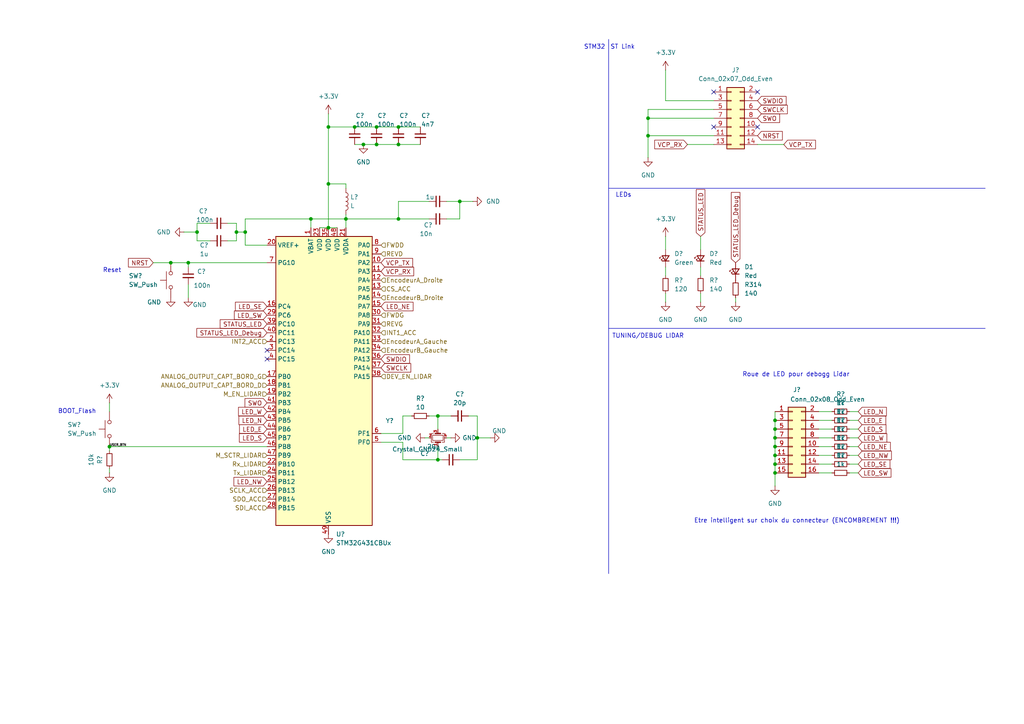
<source format=kicad_sch>
(kicad_sch (version 20231120) (generator "eeschema") (generator_version "8.0")
  (paper "A4")
  (lib_symbols
    (symbol "Connector_Generic:Conn_02x07_Odd_Even" (pin_names (offset 1.016) hide)
      (property "Reference" "J" (at 1.27 10.16 0))
      (property "Value" "Conn_02x07_Odd_Even" (at 1.27 -10.16 0))
      (symbol "Conn_02x07_Odd_Even_1_1"
        (rectangle (start -1.27 -7.493) (end 0 -7.747) (stroke (width 0.1524)))
        (rectangle (start -1.27 -4.953) (end 0 -5.207) (stroke (width 0.1524)))
        (rectangle (start -1.27 -2.413) (end 0 -2.667) (stroke (width 0.1524)))
        (rectangle (start -1.27 0.127) (end 0 -0.127) (stroke (width 0.1524)))
        (rectangle (start -1.27 2.667) (end 0 2.413) (stroke (width 0.1524)))
        (rectangle (start -1.27 5.207) (end 0 4.953) (stroke (width 0.1524)))
        (rectangle (start -1.27 7.747) (end 0 7.493) (stroke (width 0.1524)))
        (rectangle (start -1.27 8.89) (end 3.81 -8.89) (stroke (width 0.254)) (fill (type background)))
        (rectangle (start 3.81 -7.493) (end 2.54 -7.747) (stroke (width 0.1524)))
        (rectangle (start 3.81 -4.953) (end 2.54 -5.207) (stroke (width 0.1524)))
        (rectangle (start 3.81 -2.413) (end 2.54 -2.667) (stroke (width 0.1524)))
        (rectangle (start 3.81 0.127) (end 2.54 -0.127) (stroke (width 0.1524)))
        (rectangle (start 3.81 2.667) (end 2.54 2.413) (stroke (width 0.1524)))
        (rectangle (start 3.81 5.207) (end 2.54 4.953) (stroke (width 0.1524)))
        (rectangle (start 3.81 7.747) (end 2.54 7.493) (stroke (width 0.1524)))
        (pin passive line (at -5.08 7.62 0) (length 3.81) (name "Pin_1") (number "1"))
        (pin passive line (at 7.62 -2.54 180) (length 3.81) (name "Pin_10") (number "10"))
        (pin passive line (at -5.08 -5.08 0) (length 3.81) (name "Pin_11") (number "11"))
        (pin passive line (at 7.62 -5.08 180) (length 3.81) (name "Pin_12") (number "12"))
        (pin passive line (at -5.08 -7.62 0) (length 3.81) (name "Pin_13") (number "13"))
        (pin passive line (at 7.62 -7.62 180) (length 3.81) (name "Pin_14") (number "14"))
        (pin passive line (at 7.62 7.62 180) (length 3.81) (name "Pin_2") (number "2"))
        (pin passive line (at -5.08 5.08 0) (length 3.81) (name "Pin_3") (number "3"))
        (pin passive line (at 7.62 5.08 180) (length 3.81) (name "Pin_4") (number "4"))
        (pin passive line (at -5.08 2.54 0) (length 3.81) (name "Pin_5") (number "5"))
        (pin passive line (at 7.62 2.54 180) (length 3.81) (name "Pin_6") (number "6"))
        (pin passive line (at -5.08 0 0) (length 3.81) (name "Pin_7") (number "7"))
        (pin passive line (at 7.62 0 180) (length 3.81) (name "Pin_8") (number "8"))
        (pin passive line (at -5.08 -2.54 0) (length 3.81) (name "Pin_9") (number "9"))
      )
    )
    (symbol "Connector_Generic:Conn_02x08_Odd_Even" (pin_names (offset 1.016) hide)
      (property "Reference" "J" (at 1.27 10.16 0))
      (property "Value" "Conn_02x08_Odd_Even" (at 1.27 -12.7 0))
      (symbol "Conn_02x08_Odd_Even_1_1"
        (rectangle (start -1.27 -10.033) (end 0 -10.287) (stroke (width 0.1524)))
        (rectangle (start -1.27 -7.493) (end 0 -7.747) (stroke (width 0.1524)))
        (rectangle (start -1.27 -4.953) (end 0 -5.207) (stroke (width 0.1524)))
        (rectangle (start -1.27 -2.413) (end 0 -2.667) (stroke (width 0.1524)))
        (rectangle (start -1.27 0.127) (end 0 -0.127) (stroke (width 0.1524)))
        (rectangle (start -1.27 2.667) (end 0 2.413) (stroke (width 0.1524)))
        (rectangle (start -1.27 5.207) (end 0 4.953) (stroke (width 0.1524)))
        (rectangle (start -1.27 7.747) (end 0 7.493) (stroke (width 0.1524)))
        (rectangle (start -1.27 8.89) (end 3.81 -11.43) (stroke (width 0.254)) (fill (type background)))
        (rectangle (start 3.81 -10.033) (end 2.54 -10.287) (stroke (width 0.1524)))
        (rectangle (start 3.81 -7.493) (end 2.54 -7.747) (stroke (width 0.1524)))
        (rectangle (start 3.81 -4.953) (end 2.54 -5.207) (stroke (width 0.1524)))
        (rectangle (start 3.81 -2.413) (end 2.54 -2.667) (stroke (width 0.1524)))
        (rectangle (start 3.81 0.127) (end 2.54 -0.127) (stroke (width 0.1524)))
        (rectangle (start 3.81 2.667) (end 2.54 2.413) (stroke (width 0.1524)))
        (rectangle (start 3.81 5.207) (end 2.54 4.953) (stroke (width 0.1524)))
        (rectangle (start 3.81 7.747) (end 2.54 7.493) (stroke (width 0.1524)))
        (pin passive line (at -5.08 7.62 0) (length 3.81) (name "Pin_1") (number "1"))
        (pin passive line (at 7.62 -2.54 180) (length 3.81) (name "Pin_10") (number "10"))
        (pin passive line (at -5.08 -5.08 0) (length 3.81) (name "Pin_11") (number "11"))
        (pin passive line (at 7.62 -5.08 180) (length 3.81) (name "Pin_12") (number "12"))
        (pin passive line (at -5.08 -7.62 0) (length 3.81) (name "Pin_13") (number "13"))
        (pin passive line (at 7.62 -7.62 180) (length 3.81) (name "Pin_14") (number "14"))
        (pin passive line (at -5.08 -10.16 0) (length 3.81) (name "Pin_15") (number "15"))
        (pin passive line (at 7.62 -10.16 180) (length 3.81) (name "Pin_16") (number "16"))
        (pin passive line (at 7.62 7.62 180) (length 3.81) (name "Pin_2") (number "2"))
        (pin passive line (at -5.08 5.08 0) (length 3.81) (name "Pin_3") (number "3"))
        (pin passive line (at 7.62 5.08 180) (length 3.81) (name "Pin_4") (number "4"))
        (pin passive line (at -5.08 2.54 0) (length 3.81) (name "Pin_5") (number "5"))
        (pin passive line (at 7.62 2.54 180) (length 3.81) (name "Pin_6") (number "6"))
        (pin passive line (at -5.08 0 0) (length 3.81) (name "Pin_7") (number "7"))
        (pin passive line (at 7.62 0 180) (length 3.81) (name "Pin_8") (number "8"))
        (pin passive line (at -5.08 -2.54 0) (length 3.81) (name "Pin_9") (number "9"))
      )
    )
    (symbol "Device:C_Small" (pin_numbers hide) (pin_names (offset 0.254) hide)
      (property "Reference" "C" (at 0.254 1.778 0))
      (property "Value" "C_Small" (at 0.254 -2.032 0))
      (symbol "C_Small_0_1"
        (polyline (pts (xy -1.524 -0.508) (xy 1.524 -0.508)) (stroke (width 0.3302)))
        (polyline (pts (xy -1.524 0.508) (xy 1.524 0.508)) (stroke (width 0.3048)))
      )
      (symbol "C_Small_1_1"
        (pin passive line (at 0 2.54 270) (length 2.032) (name "~") (number "1"))
        (pin passive line (at 0 -2.54 90) (length 2.032) (name "~") (number "2"))
      )
    )
    (symbol "Device:Crystal_GND24_Small" (pin_names (offset 1.016) hide)
      (property "Reference" "Y" (at 1.27 4.445 0))
      (property "Value" "Crystal_GND24_Small" (at 1.27 2.54 0))
      (symbol "Crystal_GND24_Small_0_1"
        (rectangle (start -0.762 -1.524) (end 0.762 1.524))
        (polyline (pts (xy -1.27 -0.762) (xy -1.27 0.762)) (stroke (width 0.381)))
        (polyline (pts (xy 1.27 -0.762) (xy 1.27 0.762)) (stroke (width 0.381)))
        (polyline (pts (xy -1.27 -1.27) (xy -1.27 -1.905) (xy 1.27 -1.905) (xy 1.27 -1.27)))
        (polyline (pts (xy -1.27 1.27) (xy -1.27 1.905) (xy 1.27 1.905) (xy 1.27 1.27)))
      )
      (symbol "Crystal_GND24_Small_1_1"
        (pin passive line (at -2.54 0 0) (length 1.27) (name "1") (number "1"))
        (pin passive line (at 0 -2.54 90) (length 0.635) (name "2") (number "2"))
        (pin passive line (at 2.54 0 180) (length 1.27) (name "3") (number "3"))
        (pin passive line (at 0 2.54 270) (length 0.635) (name "4") (number "4"))
      )
    )
    (symbol "Device:L" (pin_numbers hide) (pin_names (offset 1.016) hide)
      (property "Reference" "L" (at -1.27 0 90))
      (property "Value" "L" (at 1.905 0 90))
      (symbol "L_0_1"
        (arc (start 0 -2.54) (mid 0.6323 -1.905) (end 0 -1.27))
        (arc (start 0 -1.27) (mid 0.6323 -0.635) (end 0 0))
        (arc (start 0 0) (mid 0.6323 0.635) (end 0 1.27))
        (arc (start 0 1.27) (mid 0.6323 1.905) (end 0 2.54))
      )
      (symbol "L_1_1"
        (pin passive line (at 0 3.81 270) (length 1.27) (name "1") (number "1"))
        (pin passive line (at 0 -3.81 90) (length 1.27) (name "2") (number "2"))
      )
    )
    (symbol "Device:LED_Small" (pin_numbers hide) (pin_names (offset 0.254) hide)
      (property "Reference" "D" (at -1.27 3.175 0))
      (property "Value" "LED_Small" (at -4.445 -2.54 0))
      (symbol "LED_Small_0_1"
        (polyline (pts (xy -0.762 -1.016) (xy -0.762 1.016)) (stroke (width 0.254)))
        (polyline (pts (xy 1.016 0) (xy -0.762 0)))
        (polyline (pts (xy 0.762 -1.016) (xy -0.762 0) (xy 0.762 1.016) (xy 0.762 -1.016)) (stroke (width 0.254)))
        (polyline (pts (xy 0 0.762) (xy -0.508 1.27) (xy -0.254 1.27) (xy -0.508 1.27) (xy -0.508 1.016)))
        (polyline (pts (xy 0.508 1.27) (xy 0 1.778) (xy 0.254 1.778) (xy 0 1.778) (xy 0 1.524)))
      )
      (symbol "LED_Small_1_1"
        (pin passive line (at -2.54 0 0) (length 1.778) (name "K") (number "1"))
        (pin passive line (at 2.54 0 180) (length 1.778) (name "A") (number "2"))
      )
    )
    (symbol "Device:R_Small" (pin_numbers hide) (pin_names (offset 0.254) hide)
      (property "Reference" "R" (at 0.762 0.508 0))
      (property "Value" "R_Small" (at 0.762 -1.016 0))
      (symbol "R_Small_0_1"
        (rectangle (start -0.762 1.778) (end 0.762 -1.778) (stroke (width 0.2032)))
      )
      (symbol "R_Small_1_1"
        (pin passive line (at 0 2.54 270) (length 0.762) (name "~") (number "1"))
        (pin passive line (at 0 -2.54 90) (length 0.762) (name "~") (number "2"))
      )
    )
    (symbol "MCU_ST_STM32G4:STM32G431CBUx"
      (property "Reference" "U201" (at 4.7341 -43.18 0))
      (property "Value" "STM32G431CBUx" (at 4.7341 -45.72 0))
      (symbol "STM32G431CBUx_0_1"
        (rectangle (start -12.7 -40.64) (end 15.24 43.18) (stroke (width 0.254)) (fill (type background)))
      )
      (symbol "STM32G431CBUx_1_1"
        (pin power_in line (at -2.54 45.72 270) (length 2.54) (name "VBAT") (number "1"))
        (pin bidirectional line (at 17.78 35.56 180) (length 2.54) (name "PA2") (number "10"))
        (pin bidirectional line (at 17.78 33.02 180) (length 2.54) (name "PA3") (number "11"))
        (pin bidirectional line (at 17.78 30.48 180) (length 2.54) (name "PA4") (number "12"))
        (pin bidirectional line (at 17.78 27.94 180) (length 2.54) (name "PA5") (number "13"))
        (pin bidirectional line (at 17.78 25.4 180) (length 2.54) (name "PA6") (number "14"))
        (pin bidirectional line (at 17.78 22.86 180) (length 2.54) (name "PA7") (number "15"))
        (pin bidirectional line (at -15.24 22.86 0) (length 2.54) (name "PC4") (number "16"))
        (pin bidirectional line (at -15.24 2.54 0) (length 2.54) (name "PB0") (number "17"))
        (pin bidirectional line (at -15.24 0 0) (length 2.54) (name "PB1") (number "18"))
        (pin bidirectional line (at -15.24 -2.54 0) (length 2.54) (name "PB2") (number "19"))
        (pin bidirectional line (at -15.24 12.7 0) (length 2.54) (name "PC13") (number "2"))
        (pin input line (at -15.24 40.64 0) (length 2.54) (name "VREF+") (number "20"))
        (pin power_in line (at 7.62 45.72 270) (length 2.54) (name "VDDA") (number "21"))
        (pin bidirectional line (at -15.24 -22.86 0) (length 2.54) (name "PB10") (number "22"))
        (pin power_in line (at 0 45.72 270) (length 2.54) (name "VDD") (number "23"))
        (pin bidirectional line (at -15.24 -25.4 0) (length 2.54) (name "PB11") (number "24"))
        (pin bidirectional line (at -15.24 -27.94 0) (length 2.54) (name "PB12") (number "25"))
        (pin bidirectional line (at -15.24 -30.48 0) (length 2.54) (name "PB13") (number "26"))
        (pin bidirectional line (at -15.24 -33.02 0) (length 2.54) (name "PB14") (number "27"))
        (pin bidirectional line (at -15.24 -35.56 0) (length 2.54) (name "PB15") (number "28"))
        (pin bidirectional line (at -15.24 20.32 0) (length 2.54) (name "PC6") (number "29"))
        (pin bidirectional line (at -15.24 10.16 0) (length 2.54) (name "PC14") (number "3"))
        (pin bidirectional line (at 17.78 20.32 180) (length 2.54) (name "PA8") (number "30"))
        (pin bidirectional line (at 17.78 17.78 180) (length 2.54) (name "PA9") (number "31"))
        (pin bidirectional line (at 17.78 15.24 180) (length 2.54) (name "PA10") (number "32"))
        (pin bidirectional line (at 17.78 12.7 180) (length 2.54) (name "PA11") (number "33"))
        (pin bidirectional line (at 17.78 10.16 180) (length 2.54) (name "PA12") (number "34"))
        (pin power_in line (at 2.54 45.72 270) (length 2.54) (name "VDD") (number "35"))
        (pin bidirectional line (at 17.78 7.62 180) (length 2.54) (name "PA13") (number "36"))
        (pin bidirectional line (at 17.78 5.08 180) (length 2.54) (name "PA14") (number "37"))
        (pin bidirectional line (at 17.78 2.54 180) (length 2.54) (name "PA15") (number "38"))
        (pin bidirectional line (at -15.24 17.78 0) (length 2.54) (name "PC10") (number "39"))
        (pin bidirectional line (at -15.24 7.62 0) (length 2.54) (name "PC15") (number "4"))
        (pin bidirectional line (at -15.24 15.24 0) (length 2.54) (name "PC11") (number "40"))
        (pin bidirectional line (at -15.24 -5.08 0) (length 2.54) (name "PB3") (number "41"))
        (pin bidirectional line (at -15.24 -7.62 0) (length 2.54) (name "PB4") (number "42"))
        (pin bidirectional line (at -15.24 -10.16 0) (length 2.54) (name "PB5") (number "43"))
        (pin bidirectional line (at -15.24 -12.7 0) (length 2.54) (name "PB6") (number "44"))
        (pin bidirectional line (at -15.24 -15.24 0) (length 2.54) (name "PB7") (number "45"))
        (pin bidirectional line (at -15.24 -17.78 0) (length 2.54) (name "PB8") (number "46"))
        (pin bidirectional line (at -15.24 -20.32 0) (length 2.54) (name "PB9") (number "47"))
        (pin power_in line (at 5.08 45.72 270) (length 2.54) (name "VDD") (number "48"))
        (pin power_in line (at 2.54 -43.18 90) (length 2.54) (name "VSS") (number "49"))
        (pin bidirectional line (at 17.78 -16.51 180) (length 2.54) (name "PF0") (number "5"))
        (pin bidirectional line (at 17.78 -13.97 180) (length 2.54) (name "PF1") (number "6"))
        (pin bidirectional line (at -15.24 35.56 0) (length 2.54) (name "PG10") (number "7"))
        (pin bidirectional line (at 17.78 40.64 180) (length 2.54) (name "PA0") (number "8"))
        (pin bidirectional line (at 17.78 38.1 180) (length 2.54) (name "PA1") (number "9"))
      )
    )
    (symbol "Switch:SW_Push" (pin_numbers hide) (pin_names (offset 1.016) hide)
      (property "Reference" "SW" (at 1.27 2.54 0))
      (property "Value" "SW_Push" (at 0 -1.524 0))
      (symbol "SW_Push_0_1"
        (circle (center -2.032 0) (radius 0.508))
        (polyline (pts (xy 0 1.27) (xy 0 3.048)))
        (polyline (pts (xy 2.54 1.27) (xy -2.54 1.27)))
        (circle (center 2.032 0) (radius 0.508))
        (pin passive line (at -5.08 0 0) (length 2.54) (name "1") (number "1"))
        (pin passive line (at 5.08 0 180) (length 2.54) (name "2") (number "2"))
      )
    )
    (symbol "power:+3.3V" (power) (pin_numbers hide) (pin_names (offset 0) hide)
      (property "Value" "+3.3V" (at 0 3.556 0))
      (symbol "+3.3V_0_1"
        (polyline (pts (xy -0.762 1.27) (xy 0 2.54)))
        (polyline (pts (xy 0 0) (xy 0 2.54)))
        (polyline (pts (xy 0 2.54) (xy 0.762 1.27)))
      )
      (symbol "+3.3V_1_1"
        (pin power_in line (at 0 0 90) (length 0) (name "~") (number "1"))
      )
    )
    (symbol "power:GND" (power) (pin_numbers hide) (pin_names (offset 0) hide)
      (property "Value" "GND" (at 0 -3.81 0))
      (symbol "GND_0_1"
        (polyline (pts (xy 0 0) (xy 0 -1.27) (xy 1.27 -1.27) (xy 0 -2.54) (xy -1.27 -1.27) (xy 0 -1.27)))
      )
      (symbol "GND_1_1"
        (pin power_in line (at 0 0 270) (length 0) (name "~") (number "1"))
      )
    )
  )
  (junction (at 95.25 53.34))
  (junction (at 133.35 58.42))
  (junction (at 224.79 129.54))
  (junction (at 115.57 36.83))
  (junction (at 224.79 127))
  (junction (at 127 120.65))
  (junction (at 95.25 66.04))
  (junction (at 109.22 41.91))
  (junction (at 224.79 121.92))
  (junction (at 127 133.35))
  (junction (at 109.22 36.83))
  (junction (at 49.53 76.2))
  (junction (at 224.79 134.62))
  (junction (at 68.58 67.31))
  (junction (at 95.25 36.83))
  (junction (at 57.15 67.31))
  (junction (at 224.79 124.46))
  (junction (at 54.61 76.2))
  (junction (at 100.33 63.5))
  (junction (at 187.96 34.29))
  (junction (at 115.57 41.91))
  (junction (at 138.43 127))
  (junction (at 71.12 67.31))
  (junction (at 31.75 129.54))
  (junction (at 224.79 137.16))
  (junction (at 102.87 36.83))
  (junction (at 224.79 132.08))
  (junction (at 115.57 63.5))
  (junction (at 105.41 41.91))
  (junction (at 187.96 39.37))
  (junction (at 90.17 63.5))
  (no_connect (at 219.71 36.83))
  (no_connect (at 77.47 104.14))
  (no_connect (at 219.71 26.67))
  (no_connect (at 207.01 36.83))
  (no_connect (at 207.01 26.67))
  (no_connect (at 77.47 101.6))
  (wire (pts (xy 203.2 77.47) (xy 203.2 80.01)))
  (wire (pts (xy 57.15 67.31) (xy 53.34 67.31)))
  (wire (pts (xy 115.57 58.42) (xy 115.57 63.5)))
  (wire (pts (xy 241.3 127) (xy 237.49 127)))
  (wire (pts (xy 116.84 125.73) (xy 116.84 120.65)))
  (wire (pts (xy 248.92 119.38) (xy 246.38 119.38)))
  (wire (pts (xy 31.75 129.54) (xy 77.47 129.54)))
  (wire (pts (xy 193.04 29.21) (xy 193.04 20.32)))
  (wire (pts (xy 248.92 134.62) (xy 246.38 134.62)))
  (wire (pts (xy 138.43 133.35) (xy 138.43 127)))
  (wire (pts (xy 95.25 53.34) (xy 95.25 66.04)))
  (wire (pts (xy 187.96 34.29) (xy 187.96 39.37)))
  (wire (pts (xy 115.57 63.5) (xy 124.46 63.5)))
  (wire (pts (xy 95.25 66.04) (xy 97.79 66.04)))
  (wire (pts (xy 124.46 127) (xy 123.19 127)))
  (wire (pts (xy 248.92 132.08) (xy 246.38 132.08)))
  (wire (pts (xy 224.79 137.16) (xy 224.79 140.97)))
  (wire (pts (xy 127 133.35) (xy 116.84 133.35)))
  (wire (pts (xy 68.58 69.85) (xy 66.04 69.85)))
  (wire (pts (xy 71.12 63.5) (xy 90.17 63.5)))
  (wire (pts (xy 49.53 76.2) (xy 54.61 76.2)))
  (wire (pts (xy 127 120.65) (xy 130.81 120.65)))
  (wire (pts (xy 207.01 34.29) (xy 187.96 34.29)))
  (wire (pts (xy 187.96 39.37) (xy 187.96 45.72)))
  (wire (pts (xy 110.49 125.73) (xy 116.84 125.73)))
  (wire (pts (xy 133.35 58.42) (xy 129.54 58.42)))
  (wire (pts (xy 203.2 85.09) (xy 203.2 87.63)))
  (wire (pts (xy 100.33 63.5) (xy 100.33 62.23)))
  (wire (pts (xy 138.43 133.35) (xy 133.35 133.35)))
  (wire (pts (xy 213.36 86.36) (xy 213.36 87.63)))
  (wire (pts (xy 57.15 67.31) (xy 57.15 69.85)))
  (wire (pts (xy 95.25 33.02) (xy 95.25 36.83)))
  (wire (pts (xy 90.17 63.5) (xy 100.33 63.5)))
  (wire (pts (xy 128.27 133.35) (xy 127 133.35)))
  (wire (pts (xy 248.92 127) (xy 246.38 127)))
  (wire (pts (xy 124.46 120.65) (xy 127 120.65)))
  (wire (pts (xy 54.61 76.2) (xy 77.47 76.2)))
  (wire (pts (xy 68.58 67.31) (xy 68.58 69.85)))
  (wire (pts (xy 207.01 29.21) (xy 193.04 29.21)))
  (wire (pts (xy 60.96 64.77) (xy 57.15 64.77)))
  (polyline (pts (xy 176.53 95.25) (xy 285.75 95.25)))
  (wire (pts (xy 248.92 137.16) (xy 246.38 137.16)))
  (wire (pts (xy 241.3 132.08) (xy 237.49 132.08)))
  (wire (pts (xy 71.12 71.12) (xy 71.12 67.31)))
  (wire (pts (xy 241.3 129.54) (xy 237.49 129.54)))
  (wire (pts (xy 95.25 36.83) (xy 95.25 53.34)))
  (wire (pts (xy 100.33 63.5) (xy 115.57 63.5)))
  (wire (pts (xy 193.04 68.58) (xy 193.04 72.39)))
  (wire (pts (xy 54.61 77.47) (xy 54.61 76.2)))
  (wire (pts (xy 102.87 41.91) (xy 105.41 41.91)))
  (wire (pts (xy 248.92 121.92) (xy 246.38 121.92)))
  (wire (pts (xy 54.61 82.55) (xy 54.61 86.36)))
  (wire (pts (xy 193.04 77.47) (xy 193.04 80.01)))
  (wire (pts (xy 219.71 41.91) (xy 227.33 41.91)))
  (wire (pts (xy 92.71 66.04) (xy 95.25 66.04)))
  (wire (pts (xy 224.79 129.54) (xy 224.79 132.08)))
  (wire (pts (xy 224.79 127) (xy 224.79 129.54)))
  (wire (pts (xy 138.43 127) (xy 142.24 127)))
  (wire (pts (xy 241.3 124.46) (xy 237.49 124.46)))
  (wire (pts (xy 130.81 127) (xy 129.54 127)))
  (wire (pts (xy 193.04 85.09) (xy 193.04 87.63)))
  (wire (pts (xy 224.79 132.08) (xy 224.79 134.62)))
  (wire (pts (xy 95.25 36.83) (xy 102.87 36.83)))
  (wire (pts (xy 31.75 135.89) (xy 31.75 137.16)))
  (wire (pts (xy 57.15 64.77) (xy 57.15 67.31)))
  (wire (pts (xy 77.47 71.12) (xy 71.12 71.12)))
  (wire (pts (xy 224.79 124.46) (xy 224.79 127)))
  (wire (pts (xy 138.43 120.65) (xy 135.89 120.65)))
  (wire (pts (xy 241.3 134.62) (xy 237.49 134.62)))
  (wire (pts (xy 224.79 119.38) (xy 224.79 121.92)))
  (wire (pts (xy 66.04 64.77) (xy 68.58 64.77)))
  (wire (pts (xy 110.49 128.27) (xy 116.84 128.27)))
  (wire (pts (xy 248.92 124.46) (xy 246.38 124.46)))
  (wire (pts (xy 90.17 63.5) (xy 90.17 66.04)))
  (wire (pts (xy 241.3 121.92) (xy 237.49 121.92)))
  (wire (pts (xy 224.79 121.92) (xy 224.79 124.46)))
  (wire (pts (xy 31.75 130.81) (xy 31.75 129.54)))
  (wire (pts (xy 224.79 134.62) (xy 224.79 137.16)))
  (wire (pts (xy 44.45 76.2) (xy 49.53 76.2)))
  (wire (pts (xy 248.92 129.54) (xy 246.38 129.54)))
  (wire (pts (xy 100.33 63.5) (xy 100.33 66.04)))
  (wire (pts (xy 199.39 41.91) (xy 207.01 41.91)))
  (wire (pts (xy 116.84 128.27) (xy 116.84 133.35)))
  (polyline (pts (xy 176.53 11.43) (xy 176.53 166.37)))
  (wire (pts (xy 187.96 31.75) (xy 187.96 34.29)))
  (wire (pts (xy 203.2 68.58) (xy 203.2 72.39)))
  (wire (pts (xy 105.41 41.91) (xy 109.22 41.91)))
  (wire (pts (xy 127 129.54) (xy 127 133.35)))
  (wire (pts (xy 115.57 36.83) (xy 121.92 36.83)))
  (wire (pts (xy 127 120.65) (xy 127 124.46)))
  (wire (pts (xy 124.46 58.42) (xy 115.57 58.42)))
  (wire (pts (xy 71.12 67.31) (xy 71.12 63.5)))
  (wire (pts (xy 100.33 54.61) (xy 100.33 53.34)))
  (wire (pts (xy 207.01 31.75) (xy 187.96 31.75)))
  (wire (pts (xy 102.87 36.83) (xy 109.22 36.83)))
  (wire (pts (xy 100.33 53.34) (xy 95.25 53.34)))
  (wire (pts (xy 237.49 137.16) (xy 241.3 137.16)))
  (wire (pts (xy 57.15 69.85) (xy 60.96 69.85)))
  (wire (pts (xy 68.58 64.77) (xy 68.58 67.31)))
  (wire (pts (xy 109.22 41.91) (xy 115.57 41.91)))
  (wire (pts (xy 138.43 127) (xy 138.43 120.65)))
  (wire (pts (xy 115.57 41.91) (xy 121.92 41.91)))
  (wire (pts (xy 109.22 36.83) (xy 115.57 36.83)))
  (wire (pts (xy 119.38 120.65) (xy 116.84 120.65)))
  (wire (pts (xy 187.96 39.37) (xy 207.01 39.37)))
  (wire (pts (xy 71.12 67.31) (xy 68.58 67.31)))
  (wire (pts (xy 133.35 58.42) (xy 133.35 63.5)))
  (wire (pts (xy 31.75 116.84) (xy 31.75 119.38)))
  (wire (pts (xy 133.35 58.42) (xy 137.16 58.42)))
  (polyline (pts (xy 176.53 54.61) (xy 285.75 54.61)))
  (wire (pts (xy 241.3 119.38) (xy 237.49 119.38)))
  (wire (pts (xy 129.54 63.5) (xy 133.35 63.5)))
  (text "BOOT_Flash" (at 22.352 119.38 0) (effects (font (size 1.27 1.27))))
  (text "Etre intelligent sur choix du connecteur (ENCOMBREMENT !!!)" (at 231.14 151.13 0) (effects (font (size 1.27 1.27))))
  (text "TUNING/DEBUG LIDAR" (at 187.96 97.536 0) (effects (font (size 1.27 1.27))))
  (text "LEDs" (at 180.848 56.642 0) (effects (font (size 1.27 1.27))))
  (text "Reset" (at 32.512 78.486 0) (effects (font (size 1.27 1.27))))
  (text "ST Link\n" (at 180.594 13.716 0) (effects (font (size 1.27 1.27))))
  (text "STM32\n" (at 172.466 13.716 0) (effects (font (size 1.27 1.27))))
  (text "Roue de LED pour debogg Lidar\n" (at 230.886 108.712 0) (effects (font (size 1.27 1.27))))
  (label "USER_BTN" (at 31.75 129.54 0) (effects (font (size 0.635 0.635))))
  (global_label "SWO" (shape input) (at 77.47 116.84 180) (property "Intersheetrefs" "${INTERSHEET_REFS}" (effects (hide yes))))
  (global_label "VCP_RX" (shape input) (at 199.39 41.91 180) (property "Intersheetrefs" "${INTERSHEET_REFS}" (effects (hide yes))))
  (global_label "NRST" (shape input) (at 44.45 76.2 180) (property "Intersheetrefs" "${INTERSHEET_REFS}" (effects (hide yes))))
  (global_label "LED_NW" (shape input) (at 77.47 139.7 180) (property "Intersheetrefs" "${INTERSHEET_REFS}" (effects (hide yes))))
  (global_label "SWDIO" (shape input) (at 110.49 104.14 0) (property "Intersheetrefs" "${INTERSHEET_REFS}" (effects (hide yes))))
  (global_label "LED_NW" (shape input) (at 248.92 132.08 0) (property "Intersheetrefs" "${INTERSHEET_REFS}" (effects (hide yes))))
  (global_label "LED_N" (shape input) (at 77.47 121.92 180) (property "Intersheetrefs" "${INTERSHEET_REFS}" (effects (hide yes))))
  (global_label "LED_W" (shape input) (at 248.92 127 0) (property "Intersheetrefs" "${INTERSHEET_REFS}" (effects (hide yes))))
  (global_label "LED_SW" (shape input) (at 77.47 91.44 180) (property "Intersheetrefs" "${INTERSHEET_REFS}" (effects (hide yes))))
  (global_label "VCP_RX" (shape input) (at 110.49 78.74 0) (property "Intersheetrefs" "${INTERSHEET_REFS}" (effects (hide yes))))
  (global_label "SWCLK" (shape input) (at 110.49 106.68 0) (property "Intersheetrefs" "${INTERSHEET_REFS}" (effects (hide yes))))
  (global_label "LED_E" (shape input) (at 77.47 124.46 180) (property "Intersheetrefs" "${INTERSHEET_REFS}" (effects (hide yes))))
  (global_label "LED_N" (shape input) (at 248.92 119.38 0) (property "Intersheetrefs" "${INTERSHEET_REFS}" (effects (hide yes))))
  (global_label "LED_W" (shape input) (at 77.47 119.38 180) (property "Intersheetrefs" "${INTERSHEET_REFS}" (effects (hide yes))))
  (global_label "LED_S" (shape input) (at 77.47 127 180) (property "Intersheetrefs" "${INTERSHEET_REFS}" (effects (hide yes))))
  (global_label "VCP_TX" (shape input) (at 110.49 76.2 0) (property "Intersheetrefs" "${INTERSHEET_REFS}" (effects (hide yes))))
  (global_label "LED_NE" (shape input) (at 248.92 129.54 0) (property "Intersheetrefs" "${INTERSHEET_REFS}" (effects (hide yes))))
  (global_label "NRST" (shape input) (at 219.71 39.37 0) (property "Intersheetrefs" "${INTERSHEET_REFS}" (effects (hide yes))))
  (global_label "SWCLK" (shape input) (at 219.71 31.75 0) (property "Intersheetrefs" "${INTERSHEET_REFS}" (effects (hide yes))))
  (global_label "LED_SE" (shape input) (at 77.47 88.9 180) (property "Intersheetrefs" "${INTERSHEET_REFS}" (effects (hide yes))))
  (global_label "SWO" (shape input) (at 219.71 34.29 0) (property "Intersheetrefs" "${INTERSHEET_REFS}" (effects (hide yes))))
  (global_label "LED_SE" (shape input) (at 248.92 134.62 0) (property "Intersheetrefs" "${INTERSHEET_REFS}" (effects (hide yes))))
  (global_label "LED_E" (shape input) (at 248.92 121.92 0) (property "Intersheetrefs" "${INTERSHEET_REFS}" (effects (hide yes))))
  (global_label "SWDIO" (shape input) (at 219.71 29.21 0) (property "Intersheetrefs" "${INTERSHEET_REFS}" (effects (hide yes))))
  (global_label "LED_S" (shape input) (at 248.92 124.46 0) (property "Intersheetrefs" "${INTERSHEET_REFS}" (effects (hide yes))))
  (global_label "STATUS_LED" (shape input) (at 77.47 93.98 180) (property "Intersheetrefs" "${INTERSHEET_REFS}" (effects (hide yes))))
  (global_label "STATUS_LED_Debug" (shape input) (at 77.47 96.52 180) (property "Intersheetrefs" "${INTERSHEET_REFS}" (effects (hide yes))))
  (global_label "LED_NE" (shape input) (at 110.49 88.9 0) (property "Intersheetrefs" "${INTERSHEET_REFS}" (effects (hide yes))))
  (global_label "VCP_TX" (shape input) (at 227.33 41.91 0) (property "Intersheetrefs" "${INTERSHEET_REFS}" (effects (hide yes))))
  (global_label "LED_SW" (shape input) (at 248.92 137.16 0) (property "Intersheetrefs" "${INTERSHEET_REFS}" (effects (hide yes))))
  (global_label "STATUS_LED" (shape input) (at 203.2 68.58 90) (property "Intersheetrefs" "${INTERSHEET_REFS}" (effects (hide yes))))
  (global_label "STATUS_LED_Debug" (shape input) (at 213.36 76.2 90) (property "Intersheetrefs" "${INTERSHEET_REFS}" (effects (hide yes))))
  (hierarchical_label "INT1_ACC" (shape input) (at 110.49 96.52 0))
  (hierarchical_label "M_EN_LIDAR" (shape input) (at 77.47 114.3 180))
  (hierarchical_label "DEV_EN_LIDAR" (shape input) (at 110.49 109.22 0))
  (hierarchical_label "INT2_ACC" (shape input) (at 77.47 99.06 180))
  (hierarchical_label "FWDD" (shape input) (at 110.49 71.12 0))
  (hierarchical_label "Tx_LIDAR" (shape input) (at 77.47 137.16 180))
  (hierarchical_label "CS_ACC" (shape input) (at 110.49 83.82 0))
  (hierarchical_label "EncodeurB_Gauche" (shape input) (at 110.49 101.6 0))
  (hierarchical_label "FWDG" (shape input) (at 110.49 91.44 0))
  (hierarchical_label "ANALOG_OUTPUT_CAPT_BORD_D" (shape input) (at 77.47 111.76 180))
  (hierarchical_label "SDI_ACC" (shape input) (at 77.47 147.32 180))
  (hierarchical_label "M_SCTR_LIDAR" (shape input) (at 77.47 132.08 180))
  (hierarchical_label "Rx_LIDAR" (shape input) (at 77.47 134.62 180))
  (hierarchical_label "REVG" (shape input) (at 110.49 93.98 0))
  (hierarchical_label "EncodeurB_Droite" (shape input) (at 110.49 86.36 0))
  (hierarchical_label "EncodeurA_Gauche" (shape input) (at 110.49 99.06 0))
  (hierarchical_label "EncodeurA_Droite" (shape input) (at 110.49 81.28 0))
  (hierarchical_label "SCLK_ACC" (shape input) (at 77.47 142.24 180))
  (hierarchical_label "SDO_ACC" (shape input) (at 77.47 144.78 180))
  (hierarchical_label "ANALOG_OUTPUT_CAPT_BORD_G" (shape input) (at 77.47 109.22 180))
  (hierarchical_label "REVD" (shape input) (at 110.49 73.66 0))
  (symbol (lib_id "power:GND") (at 193.04 87.63 0) (unit 1)
    (property "Reference" "#PWR?" (effects (hide yes)))
    (property "Value" "GND" (at 193.04 92.71 0))
  )
  (symbol (lib_id "Device:C_Small") (at 115.57 39.37 0) (unit 1)
    (property "Reference" "C?" (at 115.824 33.528 0) (effects (justify left)))
    (property "Value" "100n" (at 115.824 36.068 0) (effects (justify left)))
    (property "Footprint" "Capacitor_SMD:C_0402_1005Metric" (effects (hide yes)))
    (property "Description" "Unpolarized capacitor, small symbol" (effects (hide yes)))
  )
  (symbol (lib_id "power:GND") (at 123.19 127 270) (mirror x) (unit 1)
    (property "Reference" "#PWR?" (effects (hide yes)))
    (property "Value" "GND" (at 119.38 126.9999 90) (effects (justify right)))
    (property "Description" "Power symbol creates a global label with name \"GND\" , ground" (effects (hide yes)))
  )
  (symbol (lib_id "power:+3.3V") (at 193.04 20.32 0) (unit 1)
    (property "Reference" "#PWR?" (effects (hide yes)))
    (property "Value" "+3.3V" (at 193.04 15.24 0))
    (property "Description" "Power symbol creates a global label with name \"+3.3V\"" (effects (hide yes)))
  )
  (symbol (lib_id "Device:C_Small") (at 109.22 39.37 0) (unit 1)
    (property "Reference" "C?" (at 109.474 33.528 0) (effects (justify left)))
    (property "Value" "100n" (at 109.474 36.068 0) (effects (justify left)))
    (property "Footprint" "Capacitor_SMD:C_0402_1005Metric" (effects (hide yes)))
    (property "Description" "Unpolarized capacitor, small symbol" (effects (hide yes)))
  )
  (symbol (lib_id "power:GND") (at 49.53 86.36 0) (unit 1)
    (property "Reference" "#PWR?" (effects (hide yes)))
    (property "Value" "GND" (at 44.704 87.63 0))
    (property "Description" "Power symbol creates a global label with name \"GND\" , ground" (effects (hide yes)))
  )
  (symbol (lib_id "Device:R_Small") (at 243.84 137.16 270) (mirror x) (unit 1)
    (property "Reference" "R?" (at 243.84 132.08 90))
    (property "Value" "1k" (at 243.84 134.62 90))
    (property "Footprint" "Resistor_SMD:R_0603_1608Metric" (effects (hide yes)))
    (property "Description" "Resistor, small symbol" (effects (hide yes)))
  )
  (symbol (lib_id "Device:R_Small") (at 243.84 132.08 270) (mirror x) (unit 1)
    (property "Reference" "R?" (at 243.84 127 90))
    (property "Value" "1k" (at 243.84 129.54 90))
    (property "Footprint" "Resistor_SMD:R_0603_1608Metric" (effects (hide yes)))
    (property "Description" "Resistor, small symbol" (effects (hide yes)))
  )
  (symbol (lib_id "power:+3.3V") (at 31.75 116.84 0) (unit 1)
    (property "Reference" "#PWR?" (effects (hide yes)))
    (property "Value" "+3.3V" (at 31.75 111.76 0))
    (property "Description" "Power symbol creates a global label with name \"+3.3V\"" (effects (hide yes)))
  )
  (symbol (lib_id "Device:C_Small") (at 130.81 133.35 90) (unit 1)
    (property "Reference" "C?" (at 123.19 131.572 90))
    (property "Value" "20p" (at 125.7363 129.54 90))
    (property "Footprint" "Capacitor_SMD:C_0402_1005Metric" (effects (hide yes)))
    (property "Description" "Unpolarized capacitor, small symbol" (effects (hide yes)))
  )
  (symbol (lib_id "Device:R_Small") (at 243.84 121.92 270) (mirror x) (unit 1)
    (property "Reference" "R?" (at 243.84 116.84 90))
    (property "Value" "1k" (at 243.84 119.38 90))
    (property "Footprint" "Resistor_SMD:R_0603_1608Metric" (effects (hide yes)))
    (property "Description" "Resistor, small symbol" (effects (hide yes)))
  )
  (symbol (lib_id "Device:R_Small") (at 213.36 83.82 180) (unit 1)
    (property "Reference" "R314" (at 215.9 82.5499 0) (effects (justify right)))
    (property "Value" "140" (at 215.9 85.0899 0) (effects (justify right)))
    (property "Footprint" "Resistor_SMD:R_0603_1608Metric" (effects (hide yes)))
  )
  (symbol (lib_id "Device:C_Small") (at 127 63.5 90) (unit 1)
    (property "Reference" "C?" (at 125.476 65.278 90) (effects (justify left)))
    (property "Value" "10n" (at 125.476 67.818 90) (effects (justify left)))
    (property "Footprint" "Capacitor_SMD:C_0402_1005Metric" (effects (hide yes)))
    (property "Description" "Unpolarized capacitor, small symbol" (effects (hide yes)))
  )
  (symbol (lib_id "Device:R_Small") (at 121.92 120.65 90) (mirror x) (unit 1)
    (property "Reference" "R?" (at 121.92 115.57 90))
    (property "Value" "10" (at 121.92 118.11 90))
    (property "Footprint" "Resistor_SMD:R_0402_1005Metric" (effects (hide yes)))
  )
  (symbol (lib_id "Device:C_Small") (at 121.92 39.37 0) (unit 1)
    (property "Reference" "C?" (at 122.174 33.528 0) (effects (justify left)))
    (property "Value" "4n7" (at 122.174 36.068 0) (effects (justify left)))
    (property "Footprint" "Capacitor_SMD:C_0603_1608Metric" (effects (hide yes)))
    (property "Description" "Unpolarized capacitor, small symbol" (effects (hide yes)))
  )
  (symbol (lib_id "Connector_Generic:Conn_02x08_Odd_Even") (at 229.87 127 0) (unit 1)
    (property "Reference" "J?" (at 231.14 113.03 0))
    (property "Value" "Conn_02x08_Odd_Even" (at 240.03 115.824 0))
    (property "Footprint" "Connector_PinHeader_1.27mm:PinHeader_2x08_P1.27mm_Vertical_SMD" (effects (hide yes)))
    (property "Description" "Generic connector, double row, 02x08, odd/even pin numbering scheme (row 1 odd numbers, row 2 even numbers), script generated (kicad-library-utils/schlib/autogen/connector/)" (effects (hide yes)))
  )
  (symbol (lib_id "Device:R_Small") (at 243.84 127 270) (mirror x) (unit 1)
    (property "Reference" "R?" (at 243.84 121.92 90))
    (property "Value" "1k" (at 243.84 124.46 90))
    (property "Footprint" "Resistor_SMD:R_0603_1608Metric" (effects (hide yes)))
    (property "Description" "Resistor, small symbol" (effects (hide yes)))
  )
  (symbol (lib_id "Device:R_Small") (at 193.04 82.55 180) (unit 1)
    (property "Reference" "R?" (at 195.58 81.2799 0) (effects (justify right)))
    (property "Value" "120" (at 195.58 83.8199 0) (effects (justify right)))
    (property "Footprint" "Resistor_SMD:R_0603_1608Metric" (effects (hide yes)))
  )
  (symbol (lib_id "MCU_ST_STM32G4:STM32G431CBUx") (at 92.71 111.76 0) (unit 1)
    (property "Reference" "U?" (at 97.4441 154.94 0) (effects (justify left)))
    (property "Value" "STM32G431CBUx" (at 97.4441 157.48 0) (effects (justify left)))
    (property "Footprint" "Package_DFN_QFN:QFN-48-1EP_7x7mm_P0.5mm_EP5.6x5.6mm" (effects (hide yes)))
    (property "Datasheet" "https://www.st.com/resource/en/datasheet/stm32g431cb.pdf" (effects (hide yes)))
    (property "Description" "STMicroelectronics Arm Cortex-M4 MCU, 128KB flash, 32KB RAM, 170 MHz, 1.71-3.6V, 42 GPIO, UFQFPN48" (effects (hide yes)))
  )
  (symbol (lib_id "Device:R_Small") (at 31.75 133.35 180) (unit 1)
    (property "Reference" "R?" (at 28.956 133.35 90))
    (property "Value" "10k" (at 26.416 133.35 90))
    (property "Footprint" "Resistor_SMD:R_0603_1608Metric" (effects (hide yes)))
    (property "Description" "Resistor, small symbol" (effects (hide yes)))
  )
  (symbol (lib_id "Device:R_Small") (at 243.84 129.54 270) (mirror x) (unit 1)
    (property "Reference" "R?" (at 243.84 124.46 90))
    (property "Value" "1k" (at 243.84 127 90))
    (property "Footprint" "Resistor_SMD:R_0603_1608Metric" (effects (hide yes)))
    (property "Description" "Resistor, small symbol" (effects (hide yes)))
  )
  (symbol (lib_id "power:+3.3V") (at 95.25 33.02 0) (unit 1)
    (property "Reference" "#PWR?" (effects (hide yes)))
    (property "Value" "+3.3V" (at 95.25 27.94 0))
    (property "Description" "Power symbol creates a global label with name \"+3.3V\"" (effects (hide yes)))
  )
  (symbol (lib_id "Device:LED_Small") (at 203.2 74.93 90) (unit 1)
    (property "Reference" "D?" (at 205.74 73.5965 90) (effects (justify right)))
    (property "Value" "Red" (at 205.74 76.1365 90) (effects (justify right)))
    (property "Footprint" "LED_SMD:LED_0603_1608Metric_Pad1.05x0.95mm_HandSolder" (effects (hide yes)))
  )
  (symbol (lib_id "power:GND") (at 142.24 127 90) (mirror x) (unit 1)
    (property "Reference" "#PWR?" (effects (hide yes)))
    (property "Value" "GND" (at 142.748 124.968 90) (effects (justify right)))
    (property "Description" "Power symbol creates a global label with name \"GND\" , ground" (effects (hide yes)))
  )
  (symbol (lib_id "Device:C_Small") (at 54.61 80.01 0) (unit 1)
    (property "Reference" "C?" (at 57.15 78.7462 0) (effects (justify left)))
    (property "Value" "100n" (at 56.134 82.804 0) (effects (justify left)))
    (property "Footprint" "Capacitor_SMD:C_0402_1005Metric" (effects (hide yes)))
    (property "Description" "Unpolarized capacitor, small symbol" (effects (hide yes)))
  )
  (symbol (lib_id "power:GND") (at 31.75 137.16 0) (unit 1)
    (property "Reference" "#PWR?" (effects (hide yes)))
    (property "Value" "GND" (at 31.75 142.24 0))
    (property "Description" "Power symbol creates a global label with name \"GND\" , ground" (effects (hide yes)))
  )
  (symbol (lib_id "Device:L") (at 100.33 58.42 0) (unit 1)
    (property "Reference" "L?" (at 101.6 57.1499 0) (effects (justify left)))
    (property "Value" "L" (at 101.6 59.6899 0) (effects (justify left)))
    (property "Footprint" "Inductor_SMD:L_0603_1608Metric" (effects (hide yes)))
    (property "Description" "Inductor" (effects (hide yes)))
  )
  (symbol (lib_id "power:GND") (at 95.25 154.94 0) (unit 1)
    (property "Reference" "#PWR?" (effects (hide yes)))
    (property "Value" "GND" (at 95.25 160.02 0))
    (property "Description" "Power symbol creates a global label with name \"GND\" , ground" (effects (hide yes)))
  )
  (symbol (lib_id "Device:C_Small") (at 133.35 120.65 270) (mirror x) (unit 1)
    (property "Reference" "C?" (at 133.3437 114.3 90))
    (property "Value" "20p" (at 133.3437 116.84 90))
    (property "Footprint" "Capacitor_SMD:C_0402_1005Metric" (effects (hide yes)))
    (property "Description" "Unpolarized capacitor, small symbol" (effects (hide yes)))
  )
  (symbol (lib_id "Device:C_Small") (at 127 58.42 90) (unit 1)
    (property "Reference" "C?" (effects (hide yes)))
    (property "Value" "1u" (at 125.984 57.15 90) (effects (justify left)))
    (property "Footprint" "Capacitor_SMD:C_0603_1608Metric" (effects (hide yes)))
    (property "Description" "Unpolarized capacitor, small symbol" (effects (hide yes)))
  )
  (symbol (lib_id "power:GND") (at 187.96 45.72 0) (unit 1)
    (property "Reference" "#PWR?" (effects (hide yes)))
    (property "Value" "GND" (at 187.96 50.8 0))
    (property "Description" "Power symbol creates a global label with name \"GND\" , ground" (effects (hide yes)))
  )
  (symbol (lib_id "Device:LED_Small") (at 213.36 78.74 90) (unit 1)
    (property "Reference" "D1" (at 215.9 77.4065 90) (effects (justify right)))
    (property "Value" "Red" (at 215.9 79.9465 90) (effects (justify right)))
    (property "Footprint" "LED_SMD:LED_0603_1608Metric_Pad1.05x0.95mm_HandSolder" (effects (hide yes)))
  )
  (symbol (lib_id "Switch:SW_Push") (at 49.53 81.28 90) (unit 1)
    (property "Reference" "SW?" (at 37.338 80.01 90) (effects (justify right)))
    (property "Value" "SW_Push" (at 37.338 82.55 90) (effects (justify right)))
    (property "Footprint" "Button_Switch_SMD:SW_Push_1P1T_NO_6x6mm_H9.5mm" (effects (hide yes)))
    (property "Description" "Push button switch, generic, two pins" (effects (hide yes)))
  )
  (symbol (lib_id "Device:Crystal_GND24_Small") (at 127 127 270) (mirror x) (unit 1)
    (property "Reference" "Y?" (at 113.03 122.0468 90))
    (property "Value" "Crystal_GND24_Small" (at 123.952 130.302 90))
    (property "Footprint" "Crystal:Crystal_SMD_EuroQuartz_MT-4Pin_3.2x2.5mm" (effects (hide yes)))
    (property "Description" "Four pin crystal, GND on pins 2 and 4, small symbol" (effects (hide yes)))
  )
  (symbol (lib_id "Device:R_Small") (at 243.84 134.62 270) (mirror x) (unit 1)
    (property "Reference" "R?" (at 243.84 129.54 90))
    (property "Value" "1k" (at 243.84 132.08 90))
    (property "Footprint" "Resistor_SMD:R_0603_1608Metric" (effects (hide yes)))
    (property "Description" "Resistor, small symbol" (effects (hide yes)))
  )
  (symbol (lib_id "Connector_Generic:Conn_02x07_Odd_Even") (at 212.09 34.29 0) (unit 1)
    (property "Reference" "J?" (at 213.36 20.32 0))
    (property "Value" "Conn_02x07_Odd_Even" (at 213.36 22.86 0))
    (property "Footprint" "Connector_PinHeader_1.27mm:PinHeader_2x07_P1.27mm_Vertical_SMD" (effects (hide yes)))
    (property "Description" "Generic connector, double row, 02x07, odd/even pin numbering scheme (row 1 odd numbers, row 2 even numbers), script generated (kicad-library-utils/schlib/autogen/connector/)" (effects (hide yes)))
  )
  (symbol (lib_id "power:GND") (at 203.2 87.63 0) (unit 1)
    (property "Reference" "#PWR?" (effects (hide yes)))
    (property "Value" "GND" (at 203.2 92.71 0))
  )
  (symbol (lib_id "power:GND") (at 224.79 140.97 0) (unit 1)
    (property "Reference" "#PWR?" (effects (hide yes)))
    (property "Value" "GND" (at 224.79 146.05 0))
    (property "Description" "Power symbol creates a global label with name \"GND\" , ground" (effects (hide yes)))
  )
  (symbol (lib_id "Device:R_Small") (at 243.84 124.46 270) (mirror x) (unit 1)
    (property "Reference" "R?" (at 243.84 119.38 90))
    (property "Value" "1k" (at 243.84 121.92 90))
    (property "Footprint" "Resistor_SMD:R_0603_1608Metric" (effects (hide yes)))
    (property "Description" "Resistor, small symbol" (effects (hide yes)))
  )
  (symbol (lib_id "Device:R_Small") (at 203.2 82.55 180) (unit 1)
    (property "Reference" "R?" (at 205.74 81.2799 0) (effects (justify right)))
    (property "Value" "140" (at 205.74 83.8199 0) (effects (justify right)))
    (property "Footprint" "Resistor_SMD:R_0603_1608Metric" (effects (hide yes)))
  )
  (symbol (lib_id "Switch:SW_Push") (at 31.75 124.46 90) (unit 1)
    (property "Reference" "SW?" (at 19.558 123.19 90) (effects (justify right)))
    (property "Value" "SW_Push" (at 19.558 125.73 90) (effects (justify right)))
    (property "Footprint" "Button_Switch_SMD:SW_Push_1P1T_NO_6x6mm_H9.5mm" (effects (hide yes)))
    (property "Description" "Push button switch, generic, two pins" (effects (hide yes)))
  )
  (symbol (lib_id "power:GND") (at 213.36 87.63 0) (unit 1)
    (property "Reference" "#PWR02" (effects (hide yes)))
    (property "Value" "GND" (at 213.36 92.71 0))
  )
  (symbol (lib_id "power:GND") (at 54.61 86.36 0) (unit 1)
    (property "Reference" "#PWR?" (effects (hide yes)))
    (property "Value" "GND" (at 57.912 88.392 0))
    (property "Description" "Power symbol creates a global label with name \"GND\" , ground" (effects (hide yes)))
  )
  (symbol (lib_id "Device:C_Small") (at 63.5 69.85 270) (unit 1)
    (property "Reference" "C?" (at 57.912 71.12 90) (effects (justify left)))
    (property "Value" "1u" (at 57.912 73.66 90) (effects (justify left)))
    (property "Footprint" "Capacitor_SMD:C_0603_1608Metric" (effects (hide yes)))
    (property "Description" "Unpolarized capacitor, small symbol" (effects (hide yes)))
  )
  (symbol (lib_id "Device:C_Small") (at 102.87 39.37 0) (unit 1)
    (property "Reference" "C?" (at 103.124 33.528 0) (effects (justify left)))
    (property "Value" "100n" (at 103.124 36.068 0) (effects (justify left)))
    (property "Footprint" "Capacitor_SMD:C_0402_1005Metric" (effects (hide yes)))
    (property "Description" "Unpolarized capacitor, small symbol" (effects (hide yes)))
  )
  (symbol (lib_id "power:GND") (at 53.34 67.31 270) (unit 1)
    (property "Reference" "#PWR?" (effects (hide yes)))
    (property "Value" "GND" (at 49.53 67.3101 90) (effects (justify right)))
    (property "Description" "Power symbol creates a global label with name \"GND\" , ground" (effects (hide yes)))
  )
  (symbol (lib_id "power:GND") (at 105.41 41.91 0) (unit 1)
    (property "Reference" "#PWR?" (effects (hide yes)))
    (property "Value" "GND" (at 105.41 46.99 0))
    (property "Description" "Power symbol creates a global label with name \"GND\" , ground" (effects (hide yes)))
  )
  (symbol (lib_id "power:GND") (at 130.81 127 90) (mirror x) (unit 1)
    (property "Reference" "#PWR?" (effects (hide yes)))
    (property "Value" "GND" (at 134.112 127 90) (effects (justify right)))
    (property "Description" "Power symbol creates a global label with name \"GND\" , ground" (effects (hide yes)))
  )
  (symbol (lib_id "power:+3.3V") (at 193.04 68.58 0) (unit 1)
    (property "Reference" "#PWR?" (effects (hide yes)))
    (property "Value" "+3.3V" (at 193.04 63.5 0))
  )
  (symbol (lib_id "Device:LED_Small") (at 193.04 74.93 90) (unit 1)
    (property "Reference" "D?" (at 195.58 73.5965 90) (effects (justify right)))
    (property "Value" "Green" (at 195.58 76.1365 90) (effects (justify right)))
    (property "Footprint" "LED_SMD:LED_0603_1608Metric_Pad1.05x0.95mm_HandSolder" (effects (hide yes)))
  )
  (symbol (lib_id "Device:C_Small") (at 63.5 64.77 270) (unit 1)
    (property "Reference" "C?" (at 57.658 61.214 90) (effects (justify left)))
    (property "Value" "100n" (at 56.896 63.754 90) (effects (justify left)))
    (property "Footprint" "Capacitor_SMD:C_0402_1005Metric" (effects (hide yes)))
    (property "Description" "Unpolarized capacitor, small symbol" (effects (hide yes)))
  )
  (symbol (lib_id "Device:R_Small") (at 243.84 119.38 270) (mirror x) (unit 1)
    (property "Reference" "R?" (at 243.84 114.3 90))
    (property "Value" "1k" (at 243.84 116.84 90))
    (property "Footprint" "Resistor_SMD:R_0603_1608Metric" (effects (hide yes)))
    (property "Description" "Resistor, small symbol" (effects (hide yes)))
  )
  (symbol (lib_id "power:GND") (at 137.16 58.42 90) (unit 1)
    (property "Reference" "#PWR?" (effects (hide yes)))
    (property "Value" "GND" (at 140.97 58.4199 90) (effects (justify right)))
    (property "Description" "Power symbol creates a global label with name \"GND\" , ground" (effects (hide yes)))
  )
)
</source>
